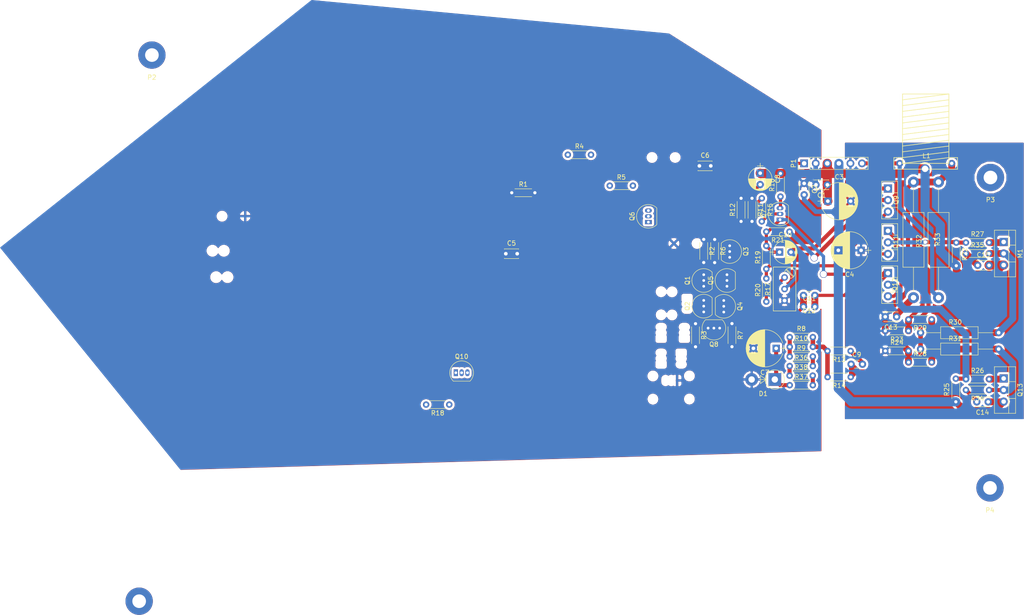
<source format=kicad_pcb>
(kicad_pcb (version 4) (host pcbnew 4.0.4-stable)
  (layers (0 F.Cu signal) (31 B.Cu signal) (34 B.Paste user) (35 F.Paste user) (36 B.SilkS user) (37 F.SilkS user hide) (38 B.Mask user) (39 F.Mask user) (44 Edge.Cuts user))
  (net 0 "")
  (net 1 /VDD)
  (net 2 GND)
  (net 3 /VSS)
  (net 4 GNDPWR)
  (net 5 "Net-(C5-Pad1)")
  (net 6 /INPUT)
  (net 7 "Net-(C7-Pad1)")
  (net 8 "Net-(C8-Pad2)")
  (net 9 /feedback)
  (net 10 "Net-(C9-Pad2)")
  (net 11 "Net-(C10-Pad1)")
  (net 12 "Net-(C10-Pad2)")
  (net 13 "Net-(C11-Pad1)")
  (net 14 /VAS)
  (net 15 "Net-(C13-Pad1)")
  (net 16 "Net-(C14-Pad2)")
  (net 17 "Net-(C15-Pad1)")
  (net 18 /OUTPUT)
  (net 19 "Net-(M1-Pad1)")
  (net 20 "Net-(M1-Pad2)")
  (net 21 "Net-(Q1-Pad3)")
  (net 22 "Net-(Q2-Pad2)")
  (net 23 "Net-(Q2-Pad3)")
  (net 24 "Net-(Q3-Pad2)")
  (net 25 "Net-(Q3-Pad3)")
  (net 26 "Net-(Q3-Pad1)")
  (net 27 "Net-(Q4-Pad3)")
  (net 28 "Net-(Q5-Pad2)")
  (net 29 "Net-(Q5-Pad3)")
  (net 30 "Net-(Q6-Pad2)")
  (net 31 "Net-(Q7-Pad2)")
  (net 32 "Net-(Q7-Pad3)")
  (net 33 "Net-(Q10-Pad2)")
  (net 34 "Net-(Q9-Pad2)")
  (net 35 "Net-(Q9-Pad3)")
  (net 36 "Net-(Q11-Pad1)")
  (net 37 "Net-(Q11-Pad2)")
  (net 38 "Net-(Q12-Pad1)")
  (net 39 "Net-(Q12-Pad2)")
  (net 40 "Net-(Q13-Pad1)")
  (net 41 "Net-(Q13-Pad2)")
  (net 42 "Net-(R10-Pad1)")
  (net 43 "Net-(R17-Pad1)")
  (net 44 "Net-(R36-Pad2)")
  (net 45 "Net-(R36-Pad1)")
  (net 46 "Net-(R37-Pad2)")
  (module Capacitors_ThroughHole:C_Disc_D3.0mm_W2.0mm_P2.50mm (layer F.Cu) (at 212.7 75.5 180)
    (fp_text reference C1 (at 1.25 -2.31 180) (layer F.SilkS))
    (fp_text value 100n)
    (pad 1 thru_hole circle (at 0 0 180) (size 1.6 1.6) (drill 0.8) (layers *.Cu *.Mask) (net 1 /VDD))
    (pad 2 thru_hole circle (at 2.5 0 180) (size 1.6 1.6) (drill 0.8) (layers *.Cu *.Mask) (net 2 GND))
  )
  (module Capacitors_ThroughHole:C_Disc_D3.0mm_W2.0mm_P2.50mm (layer F.Cu) (at 207.6 75.2 270)
    (fp_text reference C2 (at 1.25 -2.31 270) (layer F.SilkS))
    (fp_text value 100n)
    (pad 1 thru_hole circle (at 0 0 270) (size 1.6 1.6) (drill 0.8) (layers *.Cu *.Mask) (net 2 GND))
    (pad 2 thru_hole circle (at 2.5 0 270) (size 1.6 1.6) (drill 0.8) (layers *.Cu *.Mask) (net 3 /VSS))
  )
  (module Capacitors_ThroughHole:CP_Radial_D8.0mm_P5.00mm (layer F.Cu) (at 212.8 79.1)
    (fp_text reference C3 (at 2.5 -5.31) (layer F.SilkS))
    (fp_text value 220u)
    (pad 1 thru_hole rect (at 0 0) (size 1.6 1.6) (drill 0.8) (layers *.Cu *.Mask) (net 1 /VDD))
    (pad 2 thru_hole circle (at 5 0) (size 1.6 1.6) (drill 0.8) (layers *.Cu *.Mask) (net 4 GNDPWR))
  )
  (module Capacitors_ThroughHole:CP_Radial_D8.0mm_P5.00mm (layer F.Cu) (at 220.1 89.9 180)
    (fp_text reference C4 (at 2.5 -5.31 180) (layer F.SilkS))
    (fp_text value 220u)
    (pad 1 thru_hole rect (at 0 0 180) (size 1.6 1.6) (drill 0.8) (layers *.Cu *.Mask) (net 4 GNDPWR))
    (pad 2 thru_hole circle (at 5 0 180) (size 1.6 1.6) (drill 0.8) (layers *.Cu *.Mask) (net 3 /VSS))
  )
  (module Capacitors_ThroughHole:C_Disc_D3.0mm_W2.0mm_P2.50mm (layer F.Cu) (at 142.1 90.65)
    (fp_text reference C5 (at 1.25 -2.31) (layer F.SilkS))
    (fp_text value 220n)
    (pad 1 thru_hole circle (at 0 0) (size 1.6 1.6) (drill 0.8) (layers *.Cu *.Mask) (net 5 "Net-(C5-Pad1)"))
    (pad 2 thru_hole circle (at 2.5 0) (size 1.6 1.6) (drill 0.8) (layers *.Cu *.Mask) (net 6 /INPUT))
  )
  (module Capacitors_ThroughHole:C_Disc_D3.0mm_W2.0mm_P2.50mm (layer F.Cu) (at 184.6 71.35)
    (fp_text reference C6 (at 1.25 -2.31) (layer F.SilkS))
    (fp_text value 220n)
    (pad 1 thru_hole circle (at 0 0) (size 1.6 1.6) (drill 0.8) (layers *.Cu *.Mask) (net 5 "Net-(C5-Pad1)"))
    (pad 2 thru_hole circle (at 2.5 0) (size 1.6 1.6) (drill 0.8) (layers *.Cu *.Mask) (net 6 /INPUT))
  )
  (module Capacitors_ThroughHole:CP_Radial_D8.0mm_P5.00mm (layer F.Cu) (at 201.454653 111.434069 180)
    (fp_text reference C7 (at 2.5 -5.31 180) (layer F.SilkS))
    (fp_text value 220u)
    (pad 1 thru_hole rect (at 0 0 180) (size 1.6 1.6) (drill 0.8) (layers *.Cu *.Mask) (net 7 "Net-(C7-Pad1)"))
    (pad 2 thru_hole circle (at 5 0 180) (size 1.6 1.6) (drill 0.8) (layers *.Cu *.Mask) (net 2 GND))
  )
  (module Capacitors_ThroughHole:CP_Radial_D5.0mm_P2.50mm (layer F.Cu) (at 197.95 72.95 270)
    (fp_text reference C8 (at 1.25 -3.81 270) (layer F.SilkS))
    (fp_text value 4.7u)
    (pad 1 thru_hole rect (at 0 0 270) (size 1.6 1.6) (drill 0.8) (layers *.Cu *.Mask) (net 1 /VDD))
    (pad 2 thru_hole circle (at 2.5 0 270) (size 1.6 1.6) (drill 0.8) (layers *.Cu *.Mask) (net 8 "Net-(C8-Pad2)"))
  )
  (module Capacitors_ThroughHole:C_Disc_D3.0mm_W1.6mm_P2.50mm (layer F.Cu) (at 217.9 114.925)
    (fp_text reference C9 (at 1.25 -2.11) (layer F.SilkS))
    (fp_text value 15p)
    (pad 1 thru_hole circle (at 0 0) (size 1.6 1.6) (drill 0.8) (layers *.Cu *.Mask) (net 9 /feedback))
    (pad 2 thru_hole circle (at 2.5 0) (size 1.6 1.6) (drill 0.8) (layers *.Cu *.Mask) (net 10 "Net-(C9-Pad2)"))
  )
  (module Capacitors_ThroughHole:CP_Radial_D5.0mm_P2.50mm (layer F.Cu) (at 202.2 90.3)
    (fp_text reference C10 (at 1.25 -3.81) (layer F.SilkS))
    (fp_text value 4.7u)
    (pad 1 thru_hole rect (at 0 0) (size 1.6 1.6) (drill 0.8) (layers *.Cu *.Mask) (net 11 "Net-(C10-Pad1)"))
    (pad 2 thru_hole circle (at 2.5 0) (size 1.6 1.6) (drill 0.8) (layers *.Cu *.Mask) (net 12 "Net-(C10-Pad2)"))
  )
  (module Capacitors_ThroughHole:C_Disc_D3.0mm_W1.6mm_P2.50mm (layer F.Cu) (at 209.95 99.8 180)
    (fp_text reference C11 (at 1.2 -0.7 180) (layer F.SilkS))
    (fp_text value 1n)
    (pad 1 thru_hole circle (at 0 0 180) (size 1.6 1.6) (drill 0.8) (layers *.Cu *.Mask) (net 13 "Net-(C11-Pad1)"))
    (pad 2 thru_hole circle (at 2.5 0 180) (size 1.6 1.6) (drill 0.8) (layers *.Cu *.Mask) (net 14 /VAS))
  )
  (module Capacitors_ThroughHole:C_Disc_D3.0mm_W1.6mm_P2.50mm (layer F.Cu) (at 209.95 102.3 180)
    (fp_text reference C12 (at 1.25 -0.9 180) (layer F.SilkS))
    (fp_text value 1n)
    (pad 1 thru_hole circle (at 0 0 180) (size 1.6 1.6) (drill 0.8) (layers *.Cu *.Mask) (net 13 "Net-(C11-Pad1)"))
    (pad 2 thru_hole circle (at 2.5 0 180) (size 1.6 1.6) (drill 0.8) (layers *.Cu *.Mask) (net 14 /VAS))
  )
  (module Capacitors_ThroughHole:C_Disc_D3.0mm_W2.0mm_P2.50mm (layer F.Cu) (at 227.9 104.5 180)
    (fp_text reference C13 (at 1.25 -2.31 180) (layer F.SilkS))
    (fp_text value 47n)
    (pad 1 thru_hole circle (at 0 0 180) (size 1.6 1.6) (drill 0.8) (layers *.Cu *.Mask) (net 15 "Net-(C13-Pad1)"))
    (pad 2 thru_hole circle (at 2.5 0 180) (size 1.6 1.6) (drill 0.8) (layers *.Cu *.Mask) (net 4 GNDPWR))
  )
  (module Capacitors_ThroughHole:C_Disc_D3.0mm_W2.0mm_P2.50mm (layer F.Cu) (at 248 123.2 180)
    (fp_text reference C14 (at 1.25 -2.31 180) (layer F.SilkS))
    (fp_text value 100n)
    (pad 1 thru_hole circle (at 0 0 180) (size 1.6 1.6) (drill 0.8) (layers *.Cu *.Mask) (net 3 /VSS))
    (pad 2 thru_hole circle (at 2.5 0 180) (size 1.6 1.6) (drill 0.8) (layers *.Cu *.Mask) (net 16 "Net-(C14-Pad2)"))
  )
  (module Capacitors_ThroughHole:C_Disc_D3.0mm_W2.0mm_P2.50mm (layer F.Cu) (at 245.7 93.2)
    (fp_text reference C15 (at 1.25 -2.31) (layer F.SilkS))
    (fp_text value 100n)
    (pad 1 thru_hole circle (at 0 0) (size 1.6 1.6) (drill 0.8) (layers *.Cu *.Mask) (net 17 "Net-(C15-Pad1)"))
    (pad 2 thru_hole circle (at 2.5 0) (size 1.6 1.6) (drill 0.8) (layers *.Cu *.Mask) (net 1 /VDD))
  )
  (module Diodes_ThroughHole:D_5W_P5.08mm_Vertical_AnodeUp (layer F.Cu) (at 201.154653 118.284069 180)
    (fp_text reference D1 (at 2.54 -3.114899 180) (layer F.SilkS))
    (fp_text value D1N4148)
    (pad 1 thru_hole rect (at 0 0 180) (size 2.8 2.8) (drill 1.4) (layers *.Cu *.Mask) (net 7 "Net-(C7-Pad1)"))
    (pad 2 thru_hole oval (at 5.08 0 180) (size 2.8 2.8) (drill 1.4) (layers *.Cu *.Mask) (net 2 GND))
  )
  (module Custom_Footprints:Coil_p11mm_L15mm_d10mm (layer F.Cu) (at 228.57 70.8)
    (fp_text reference L1 (at 5.88 -1.65) (layer F.SilkS))
    (fp_text value 1u)
    (pad 1 thru_hole circle (at 0 0) (size 1.524 1.524) (drill 0.762) (layers *.Cu *.Mask) (net 18 /OUTPUT))
    (pad 2 thru_hole circle (at 11.43 0) (size 1.524 1.524) (drill 0.762) (layers *.Cu *.Mask) (net 9 /feedback))
  )
  (module TO_SOT_Packages_THT:TO-220_Vertical (layer F.Cu) (at 251.4 88.06 270)
    (fp_text reference M1 (at 2.54 -3.62 270) (layer F.SilkS))
    (fp_text value IRF9530)
    (pad 1 thru_hole rect (at 0 0 270) (size 1.8 1.8) (drill 1) (layers *.Cu *.Mask) (net 19 "Net-(M1-Pad1)"))
    (pad 2 thru_hole oval (at 2.54 0 270) (size 1.8 1.8) (drill 1) (layers *.Cu *.Mask) (net 20 "Net-(M1-Pad2)"))
    (pad 3 thru_hole oval (at 5.08 0 270) (size 1.8 1.8) (drill 1) (layers *.Cu *.Mask) (net 1 /VDD))
  )
  (module Pin_Headers:Pin_Header_Straight_1x06_Pitch2.54mm (layer F.Cu) (at 207.6 70.8 90)
    (fp_text reference P1 (at 0 -2.33 90) (layer F.SilkS))
    (fp_text value CONN_01X06)
    (pad 1 thru_hole rect (at 0 0 90) (size 1.7 1.7) (drill 1) (layers *.Cu *.Mask) (net 6 /INPUT))
    (pad 2 thru_hole oval (at 0 2.54 90) (size 1.7 1.7) (drill 1) (layers *.Cu *.Mask) (net 2 GND))
    (pad 3 thru_hole oval (at 0 5.08 90) (size 1.7 1.7) (drill 1) (layers *.Cu *.Mask) (net 1 /VDD))
    (pad 4 thru_hole oval (at 0 7.62 90) (size 1.7 1.7) (drill 1) (layers *.Cu *.Mask) (net 3 /VSS))
    (pad 5 thru_hole oval (at 0 10.16 90) (size 1.7 1.7) (drill 1) (layers *.Cu *.Mask) (net 4 GNDPWR))
    (pad 6 thru_hole oval (at 0 12.7 90) (size 1.7 1.7) (drill 1) (layers *.Cu *.Mask) (net 18 /OUTPUT))
  )
  (module Custom_Holes:Mounting_D3mm_Pad1mm_totd6mm (layer F.Cu) (at 64.4 47)
    (fp_text reference P2 (at 0 4.9) (layer F.SilkS))
    (fp_text value CONN_01X01)
    (pad 1 thru_hole circle (at 0 0) (size 6 6) (drill 3) (layers *.Cu *.Mask))
  )
  (module Custom_Holes:Mounting_D3mm_Pad1mm_totd6mm (layer F.Cu) (at 248.5 73.9)
    (fp_text reference P3 (at 0 4.9) (layer F.SilkS))
    (fp_text value CONN_01X01)
    (pad 1 thru_hole circle (at 0 0) (size 6 6) (drill 3) (layers *.Cu *.Mask))
  )
  (module Custom_Holes:Mounting_D3mm_Pad1mm_totd6mm (layer F.Cu) (at 248.4 142.1)
    (fp_text reference P4 (at 0 4.9) (layer F.SilkS))
    (fp_text value CONN_01X01)
    (pad 1 thru_hole circle (at 0 0) (size 6 6) (drill 3) (layers *.Cu *.Mask))
  )
  (module Custom_Holes:Mounting_D3mm_Pad1mm_totd6mm (layer F.Cu) (at 61.6 167)
    (fp_text reference P5 (at 0 4.9) (layer F.SilkS))
    (fp_text value CONN_01X01)
    (pad 1 thru_hole circle (at 0 0) (size 6 6) (drill 3) (layers *.Cu *.Mask))
  )
  (module TO_SOT_Packages_THT:TO-92_Inline_Narrow_Oval (layer F.Cu) (at 185.55 97.8 90)
    (fp_text reference Q1 (at 1.27 -3.56 90) (layer F.SilkS))
    (fp_text value BC556)
    (pad 2 thru_hole oval (at 1.27 0 270) (size 0.9 1.5) (drill 0.6) (layers *.Cu *.Mask) (net 5 "Net-(C5-Pad1)"))
    (pad 3 thru_hole oval (at 2.54 0 270) (size 0.9 1.5) (drill 0.6) (layers *.Cu *.Mask) (net 21 "Net-(Q1-Pad3)"))
    (pad 1 thru_hole rect (at 0 0 270) (size 0.9 1.5) (drill 0.6) (layers *.Cu *.Mask) (net 14 /VAS))
  )
  (module TO_SOT_Packages_THT:TO-92_Inline_Narrow_Oval (layer F.Cu) (at 185.55 103.44 90)
    (fp_text reference Q2 (at 1.27 -3.56 90) (layer F.SilkS))
    (fp_text value BC546)
    (pad 2 thru_hole oval (at 1.27 0 270) (size 0.9 1.5) (drill 0.6) (layers *.Cu *.Mask) (net 22 "Net-(Q2-Pad2)"))
    (pad 3 thru_hole oval (at 2.54 0 270) (size 0.9 1.5) (drill 0.6) (layers *.Cu *.Mask) (net 23 "Net-(Q2-Pad3)"))
    (pad 1 thru_hole rect (at 0 0 270) (size 0.9 1.5) (drill 0.6) (layers *.Cu *.Mask) (net 14 /VAS))
  )
  (module TO_SOT_Packages_THT:TO-92_Inline_Narrow_Oval (layer F.Cu) (at 191.25 88.9 270)
    (fp_text reference Q3 (at 1.27 -3.56 270) (layer F.SilkS))
    (fp_text value BC556)
    (pad 2 thru_hole oval (at 1.27 0 90) (size 0.9 1.5) (drill 0.6) (layers *.Cu *.Mask) (net 24 "Net-(Q3-Pad2)"))
    (pad 3 thru_hole oval (at 2.54 0 90) (size 0.9 1.5) (drill 0.6) (layers *.Cu *.Mask) (net 25 "Net-(Q3-Pad3)"))
    (pad 1 thru_hole rect (at 0 0 90) (size 0.9 1.5) (drill 0.6) (layers *.Cu *.Mask) (net 26 "Net-(Q3-Pad1)"))
  )
  (module TO_SOT_Packages_THT:TO-92_Inline_Narrow_Oval (layer F.Cu) (at 189.95 100.93 270)
    (fp_text reference Q4 (at 1.27 -3.56 270) (layer F.SilkS))
    (fp_text value BC546)
    (pad 2 thru_hole oval (at 1.27 0 90) (size 0.9 1.5) (drill 0.6) (layers *.Cu *.Mask) (net 22 "Net-(Q2-Pad2)"))
    (pad 3 thru_hole oval (at 2.54 0 90) (size 0.9 1.5) (drill 0.6) (layers *.Cu *.Mask) (net 27 "Net-(Q4-Pad3)"))
    (pad 1 thru_hole rect (at 0 0 90) (size 0.9 1.5) (drill 0.6) (layers *.Cu *.Mask) (net 22 "Net-(Q2-Pad2)"))
  )
  (module TO_SOT_Packages_THT:TO-92_Inline_Narrow_Oval (layer F.Cu) (at 190.65 97.8 90)
    (fp_text reference Q5 (at 1.27 -3.56 90) (layer F.SilkS))
    (fp_text value BC556)
    (pad 2 thru_hole oval (at 1.27 0 270) (size 0.9 1.5) (drill 0.6) (layers *.Cu *.Mask) (net 28 "Net-(Q5-Pad2)"))
    (pad 3 thru_hole oval (at 2.54 0 270) (size 0.9 1.5) (drill 0.6) (layers *.Cu *.Mask) (net 29 "Net-(Q5-Pad3)"))
    (pad 1 thru_hole rect (at 0 0 270) (size 0.9 1.5) (drill 0.6) (layers *.Cu *.Mask) (net 22 "Net-(Q2-Pad2)"))
  )
  (module TO_SOT_Packages_THT:TO-92_Inline_Narrow_Oval (layer F.Cu) (at 173.4 83.7 90)
    (fp_text reference Q6 (at 1.27 -3.56 90) (layer F.SilkS))
    (fp_text value BC556)
    (pad 2 thru_hole oval (at 1.27 0 270) (size 0.9 1.5) (drill 0.6) (layers *.Cu *.Mask) (net 30 "Net-(Q6-Pad2)"))
    (pad 3 thru_hole oval (at 2.54 0 270) (size 0.9 1.5) (drill 0.6) (layers *.Cu *.Mask) (net 1 /VDD))
    (pad 1 thru_hole rect (at 0 0 270) (size 0.9 1.5) (drill 0.6) (layers *.Cu *.Mask) (net 24 "Net-(Q3-Pad2)"))
  )
  (module TO_SOT_Packages_THT:TO-92_Inline_Narrow_Oval (layer F.Cu) (at 202.3 83.17 90)
    (fp_text reference Q7 (at 1.27 -3.56 90) (layer F.SilkS))
    (fp_text value BC556)
    (pad 2 thru_hole oval (at 1.27 0 270) (size 0.9 1.5) (drill 0.6) (layers *.Cu *.Mask) (net 31 "Net-(Q7-Pad2)"))
    (pad 3 thru_hole oval (at 2.54 0 270) (size 0.9 1.5) (drill 0.6) (layers *.Cu *.Mask) (net 32 "Net-(Q7-Pad3)"))
    (pad 1 thru_hole rect (at 0 0 270) (size 0.9 1.5) (drill 0.6) (layers *.Cu *.Mask) (net 11 "Net-(C10-Pad1)"))
  )
  (module TO_SOT_Packages_THT:TO-92_Inline_Narrow_Oval (layer F.Cu) (at 189.05 107 180)
    (fp_text reference Q8 (at 1.27 -3.56 180) (layer F.SilkS))
    (fp_text value BC546)
    (pad 2 thru_hole oval (at 1.27 0) (size 0.9 1.5) (drill 0.6) (layers *.Cu *.Mask) (net 14 /VAS))
    (pad 3 thru_hole oval (at 2.54 0) (size 0.9 1.5) (drill 0.6) (layers *.Cu *.Mask) (net 33 "Net-(Q10-Pad2)"))
    (pad 1 thru_hole rect (at 0 0) (size 0.9 1.5) (drill 0.6) (layers *.Cu *.Mask) (net 2 GND))
  )
  (module TO_SOT_Packages_THT:TO-126_Vertical (layer F.Cu) (at 226 76.32 270)
    (fp_text reference Q9 (at 2.54 -1.8 270) (layer F.SilkS))
    (fp_text value BD135)
    (pad 1 thru_hole rect (at 0 0 270) (size 1.8 1.8) (drill 1) (layers *.Cu *.Mask) (net 12 "Net-(C10-Pad2)"))
    (pad 2 thru_hole oval (at 2.54 0 270) (size 1.8 1.8) (drill 1) (layers *.Cu *.Mask) (net 34 "Net-(Q9-Pad2)"))
    (pad 3 thru_hole oval (at 5.08 0 270) (size 1.8 1.8) (drill 1) (layers *.Cu *.Mask) (net 35 "Net-(Q9-Pad3)"))
  )
  (module TO_SOT_Packages_THT:TO-92_Inline_Narrow_Oval (layer F.Cu) (at 131.13 116.8)
    (fp_text reference Q10 (at 1.27 -3.56) (layer F.SilkS))
    (fp_text value BC546)
    (pad 2 thru_hole oval (at 1.27 0 180) (size 0.9 1.5) (drill 0.6) (layers *.Cu *.Mask) (net 33 "Net-(Q10-Pad2)"))
    (pad 3 thru_hole oval (at 2.54 0 180) (size 0.9 1.5) (drill 0.6) (layers *.Cu *.Mask) (net 3 /VSS))
    (pad 1 thru_hole rect (at 0 0 180) (size 0.9 1.5) (drill 0.6) (layers *.Cu *.Mask) (net 12 "Net-(C10-Pad2)"))
  )
  (module TO_SOT_Packages_THT:TO-126_Vertical (layer F.Cu) (at 226 85.62 270)
    (fp_text reference Q11 (at 2.48 -1.7 270) (layer F.SilkS))
    (fp_text value BD135)
    (pad 1 thru_hole rect (at 0 0 270) (size 1.8 1.8) (drill 1) (layers *.Cu *.Mask) (net 36 "Net-(Q11-Pad1)"))
    (pad 2 thru_hole oval (at 2.54 0 270) (size 1.8 1.8) (drill 1) (layers *.Cu *.Mask) (net 37 "Net-(Q11-Pad2)"))
    (pad 3 thru_hole oval (at 5.08 0 270) (size 1.8 1.8) (drill 1) (layers *.Cu *.Mask) (net 11 "Net-(C10-Pad1)"))
  )
  (module TO_SOT_Packages_THT:TO-126_Vertical (layer F.Cu) (at 226 94.92 270)
    (fp_text reference Q12 (at 2.5 -1.5 270) (layer F.SilkS))
    (fp_text value BD136)
    (pad 1 thru_hole rect (at 0 0 270) (size 1.8 1.8) (drill 1) (layers *.Cu *.Mask) (net 38 "Net-(Q12-Pad1)"))
    (pad 2 thru_hole oval (at 2.54 0 270) (size 1.8 1.8) (drill 1) (layers *.Cu *.Mask) (net 39 "Net-(Q12-Pad2)"))
    (pad 3 thru_hole oval (at 5.08 0 270) (size 1.8 1.8) (drill 1) (layers *.Cu *.Mask) (net 13 "Net-(C11-Pad1)"))
  )
  (module TO_SOT_Packages_THT:TO-220_Vertical (layer F.Cu) (at 251.4 118.06 270)
    (fp_text reference Q13 (at 2.54 -3.62 270) (layer F.SilkS))
    (fp_text value IRF530)
    (pad 1 thru_hole rect (at 0 0 270) (size 1.8 1.8) (drill 1) (layers *.Cu *.Mask) (net 40 "Net-(Q13-Pad1)"))
    (pad 2 thru_hole oval (at 2.54 0 270) (size 1.8 1.8) (drill 1) (layers *.Cu *.Mask) (net 41 "Net-(Q13-Pad2)"))
    (pad 3 thru_hole oval (at 5.08 0 270) (size 1.8 1.8) (drill 1) (layers *.Cu *.Mask) (net 3 /VSS))
  )
  (module Resistors_ThroughHole:R_Axial_DIN0204_L3.6mm_D1.6mm_P5.08mm_Horizontal (layer F.Cu) (at 143.4 77.25)
    (fp_text reference R1 (at 2.54 -1.86) (layer F.SilkS))
    (fp_text value 47k)
    (pad 1 thru_hole circle (at 0 0) (size 1.4 1.4) (drill 0.7) (layers *.Cu *.Mask) (net 5 "Net-(C5-Pad1)"))
    (pad 2 thru_hole oval (at 5.08 0) (size 1.4 1.4) (drill 0.7) (layers *.Cu *.Mask) (net 2 GND))
  )
  (module Resistors_ThroughHole:R_Axial_DIN0204_L3.6mm_D1.6mm_P5.08mm_Horizontal (layer F.Cu) (at 185.55 87.5 270)
    (fp_text reference R2 (at 2.54 -1.86 270) (layer F.SilkS))
    (fp_text value 100)
    (pad 1 thru_hole circle (at 0 0 270) (size 1.4 1.4) (drill 0.7) (layers *.Cu *.Mask) (net 26 "Net-(Q3-Pad1)"))
    (pad 2 thru_hole oval (at 5.08 0 270) (size 1.4 1.4) (drill 0.7) (layers *.Cu *.Mask) (net 21 "Net-(Q1-Pad3)"))
  )
  (module Resistors_ThroughHole:R_Axial_DIN0204_L3.6mm_D1.6mm_P5.08mm_Horizontal (layer F.Cu) (at 183.75 106.02 270)
    (fp_text reference R3 (at 2.54 -1.86 270) (layer F.SilkS))
    (fp_text value 68)
    (pad 1 thru_hole circle (at 0 0 270) (size 1.4 1.4) (drill 0.7) (layers *.Cu *.Mask) (net 23 "Net-(Q2-Pad3)"))
    (pad 2 thru_hole oval (at 5.08 0 270) (size 1.4 1.4) (drill 0.7) (layers *.Cu *.Mask) (net 3 /VSS))
  )
  (module Resistors_ThroughHole:R_Axial_DIN0204_L3.6mm_D1.6mm_P5.08mm_Horizontal (layer F.Cu) (at 155.72 68.9)
    (fp_text reference R4 (at 2.54 -1.86) (layer F.SilkS))
    (fp_text value 150)
    (pad 1 thru_hole circle (at 0 0) (size 1.4 1.4) (drill 0.7) (layers *.Cu *.Mask) (net 25 "Net-(Q3-Pad3)"))
    (pad 2 thru_hole oval (at 5.08 0) (size 1.4 1.4) (drill 0.7) (layers *.Cu *.Mask) (net 1 /VDD))
  )
  (module Resistors_ThroughHole:R_Axial_DIN0204_L3.6mm_D1.6mm_P5.08mm_Horizontal (layer F.Cu) (at 164.92 75.7)
    (fp_text reference R5 (at 2.54 -1.86) (layer F.SilkS))
    (fp_text value 1k)
    (pad 1 thru_hole circle (at 0 0) (size 1.4 1.4) (drill 0.7) (layers *.Cu *.Mask) (net 25 "Net-(Q3-Pad3)"))
    (pad 2 thru_hole oval (at 5.08 0) (size 1.4 1.4) (drill 0.7) (layers *.Cu *.Mask) (net 30 "Net-(Q6-Pad2)"))
  )
  (module Resistors_ThroughHole:R_Axial_DIN0204_L3.6mm_D1.6mm_P5.08mm_Horizontal (layer F.Cu) (at 187.95 87.52 270)
    (fp_text reference R6 (at 2.54 -1.86 270) (layer F.SilkS))
    (fp_text value 100)
    (pad 1 thru_hole circle (at 0 0 270) (size 1.4 1.4) (drill 0.7) (layers *.Cu *.Mask) (net 26 "Net-(Q3-Pad1)"))
    (pad 2 thru_hole oval (at 5.08 0 270) (size 1.4 1.4) (drill 0.7) (layers *.Cu *.Mask) (net 29 "Net-(Q5-Pad3)"))
  )
  (module Resistors_ThroughHole:R_Axial_DIN0204_L3.6mm_D1.6mm_P5.08mm_Horizontal (layer F.Cu) (at 191.75 106 270)
    (fp_text reference R7 (at 2.54 -1.86 270) (layer F.SilkS))
    (fp_text value 68)
    (pad 1 thru_hole circle (at 0 0 270) (size 1.4 1.4) (drill 0.7) (layers *.Cu *.Mask) (net 27 "Net-(Q4-Pad3)"))
    (pad 2 thru_hole oval (at 5.08 0 270) (size 1.4 1.4) (drill 0.7) (layers *.Cu *.Mask) (net 3 /VSS))
  )
  (module Resistors_ThroughHole:R_Axial_DIN0204_L3.6mm_D1.6mm_P5.08mm_Horizontal (layer F.Cu) (at 204.429653 108.984069)
    (fp_text reference R8 (at 2.54 -1.86) (layer F.SilkS))
    (fp_text value 4.7k)
    (pad 1 thru_hole circle (at 0 0) (size 1.4 1.4) (drill 0.7) (layers *.Cu *.Mask) (net 42 "Net-(R10-Pad1)"))
    (pad 2 thru_hole oval (at 5.08 0) (size 1.4 1.4) (drill 0.7) (layers *.Cu *.Mask) (net 28 "Net-(Q5-Pad2)"))
  )
  (module Resistors_ThroughHole:R_Axial_DIN0204_L3.6mm_D1.6mm_P5.08mm_Horizontal (layer F.Cu) (at 204.424653 113.234069)
    (fp_text reference R9 (at 2.54 -1.86) (layer F.SilkS))
    (fp_text value 100)
    (pad 1 thru_hole circle (at 0 0) (size 1.4 1.4) (drill 0.7) (layers *.Cu *.Mask) (net 42 "Net-(R10-Pad1)"))
    (pad 2 thru_hole oval (at 5.08 0) (size 1.4 1.4) (drill 0.7) (layers *.Cu *.Mask) (net 44 "Net-(R36-Pad2)"))
  )
  (module Resistors_ThroughHole:R_Axial_DIN0204_L3.6mm_D1.6mm_P5.08mm_Horizontal (layer F.Cu) (at 204.429653 111.109069)
    (fp_text reference R10 (at 2.54 -1.86) (layer F.SilkS))
    (fp_text value 4.7k)
    (pad 1 thru_hole circle (at 0 0) (size 1.4 1.4) (drill 0.7) (layers *.Cu *.Mask) (net 42 "Net-(R10-Pad1)"))
    (pad 2 thru_hole oval (at 5.08 0) (size 1.4 1.4) (drill 0.7) (layers *.Cu *.Mask) (net 28 "Net-(Q5-Pad2)"))
  )
  (module Resistors_ThroughHole:R_Axial_DIN0204_L3.6mm_D1.6mm_P5.08mm_Horizontal (layer F.Cu) (at 196.15 78.47 270)
    (fp_text reference R11 (at 2.54 -1.86 270) (layer F.SilkS))
    (fp_text value 10k)
    (pad 1 thru_hole circle (at 0 0 270) (size 1.4 1.4) (drill 0.7) (layers *.Cu *.Mask) (net 8 "Net-(C8-Pad2)"))
    (pad 2 thru_hole oval (at 5.08 0 270) (size 1.4 1.4) (drill 0.7) (layers *.Cu *.Mask) (net 24 "Net-(Q3-Pad2)"))
  )
  (module Resistors_ThroughHole:R_Axial_DIN0204_L3.6mm_D1.6mm_P5.08mm_Horizontal (layer F.Cu) (at 193.75 83.55 90)
    (fp_text reference R12 (at 2.54 -1.86 90) (layer F.SilkS))
    (fp_text value 10k)
    (pad 1 thru_hole circle (at 0 0 90) (size 1.4 1.4) (drill 0.7) (layers *.Cu *.Mask) (net 2 GND))
    (pad 2 thru_hole oval (at 5.08 0 90) (size 1.4 1.4) (drill 0.7) (layers *.Cu *.Mask) (net 8 "Net-(C8-Pad2)"))
  )
  (module Resistors_ThroughHole:R_Axial_DIN0204_L3.6mm_D1.6mm_P5.08mm_Horizontal (layer F.Cu) (at 217.8 112.025 180)
    (fp_text reference R13 (at 2.54 -1.86 180) (layer F.SilkS))
    (fp_text value 330)
    (pad 1 thru_hole circle (at 0 0 180) (size 1.4 1.4) (drill 0.7) (layers *.Cu *.Mask) (net 10 "Net-(C9-Pad2)"))
    (pad 2 thru_hole oval (at 5.08 0 180) (size 1.4 1.4) (drill 0.7) (layers *.Cu *.Mask) (net 28 "Net-(Q5-Pad2)"))
  )
  (module Resistors_ThroughHole:R_Axial_DIN0204_L3.6mm_D1.6mm_P5.08mm_Horizontal (layer F.Cu) (at 217.825 117.75 180)
    (fp_text reference R14 (at 2.54 -1.86 180) (layer F.SilkS))
    (fp_text value 33k)
    (pad 1 thru_hole circle (at 0 0 180) (size 1.4 1.4) (drill 0.7) (layers *.Cu *.Mask) (net 9 /feedback))
    (pad 2 thru_hole oval (at 5.08 0 180) (size 1.4 1.4) (drill 0.7) (layers *.Cu *.Mask) (net 28 "Net-(Q5-Pad2)"))
  )
  (module Resistors_ThroughHole:R_Axial_DIN0204_L3.6mm_D1.6mm_P5.08mm_Horizontal (layer F.Cu) (at 198.3 78.47 270)
    (fp_text reference R15 (at 2.54 -1.86 270) (layer F.SilkS))
    (fp_text value 2.2k)
    (pad 1 thru_hole circle (at 0 0 270) (size 1.4 1.4) (drill 0.7) (layers *.Cu *.Mask) (net 24 "Net-(Q3-Pad2)"))
    (pad 2 thru_hole oval (at 5.08 0 270) (size 1.4 1.4) (drill 0.7) (layers *.Cu *.Mask) (net 31 "Net-(Q7-Pad2)"))
  )
  (module Resistors_ThroughHole:R_Axial_DIN0204_L3.6mm_D1.6mm_P5.08mm_Horizontal (layer F.Cu) (at 202.4 78.1 90)
    (fp_text reference R16 (at 2.54 -1.86 90) (layer F.SilkS))
    (fp_text value 100)
    (pad 1 thru_hole circle (at 0 0 90) (size 1.4 1.4) (drill 0.7) (layers *.Cu *.Mask) (net 32 "Net-(Q7-Pad3)"))
    (pad 2 thru_hole oval (at 5.08 0 90) (size 1.4 1.4) (drill 0.7) (layers *.Cu *.Mask) (net 1 /VDD))
  )
  (module Potentiometers:Potentiometer_Trimmer_Bourns_3296W (layer F.Cu) (at 203.3 95.86 90)
    (fp_text reference R17 (at -2.54 -3.66 90) (layer F.SilkS))
    (fp_text value 670)
    (pad 1 thru_hole circle (at 0 0 90) (size 1.44 1.44) (drill 0.8) (layers *.Cu *.Mask) (net 43 "Net-(R17-Pad1)"))
    (pad 2 thru_hole circle (at -2.54 0 90) (size 1.44 1.44) (drill 0.8) (layers *.Cu *.Mask) (net 12 "Net-(C10-Pad2)"))
    (pad 3 thru_hole circle (at -5.08 0 90) (size 1.44 1.44) (drill 0.8) (layers *.Cu *.Mask) (net 2 GND))
  )
  (module Resistors_ThroughHole:R_Axial_DIN0204_L3.6mm_D1.6mm_P5.08mm_Horizontal (layer F.Cu) (at 129.68 123.8 180)
    (fp_text reference R18 (at 2.54 -1.86 180) (layer F.SilkS))
    (fp_text value 1k)
    (pad 1 thru_hole circle (at 0 0 180) (size 1.4 1.4) (drill 0.7) (layers *.Cu *.Mask) (net 3 /VSS))
    (pad 2 thru_hole oval (at 5.08 0 180) (size 1.4 1.4) (drill 0.7) (layers *.Cu *.Mask) (net 33 "Net-(Q10-Pad2)"))
  )
  (module Resistors_ThroughHole:R_Axial_DIN0204_L3.6mm_D1.6mm_P5.08mm_Horizontal (layer F.Cu) (at 199.3 94 90)
    (fp_text reference R19 (at 2.54 -1.86 90) (layer F.SilkS))
    (fp_text value 1k)
    (pad 1 thru_hole circle (at 0 0 90) (size 1.4 1.4) (drill 0.7) (layers *.Cu *.Mask) (net 35 "Net-(Q9-Pad3)"))
    (pad 2 thru_hole oval (at 5.08 0 90) (size 1.4 1.4) (drill 0.7) (layers *.Cu *.Mask) (net 11 "Net-(C10-Pad1)"))
  )
  (module Resistors_ThroughHole:R_Axial_DIN0204_L3.6mm_D1.6mm_P5.08mm_Horizontal (layer F.Cu) (at 199.3 101.18 90)
    (fp_text reference R20 (at 2.54 -1.86 90) (layer F.SilkS))
    (fp_text value 220)
    (pad 1 thru_hole circle (at 0 0 90) (size 1.4 1.4) (drill 0.7) (layers *.Cu *.Mask) (net 43 "Net-(R17-Pad1)"))
    (pad 2 thru_hole oval (at 5.08 0 90) (size 1.4 1.4) (drill 0.7) (layers *.Cu *.Mask) (net 35 "Net-(Q9-Pad3)"))
  )
  (module Resistors_ThroughHole:R_Axial_DIN0204_L3.6mm_D1.6mm_P5.08mm_Horizontal (layer F.Cu) (at 204.38 85.8 180)
    (fp_text reference R21 (at 2.54 -1.86 180) (layer F.SilkS))
    (fp_text value 15)
    (pad 1 thru_hole circle (at 0 0 180) (size 1.4 1.4) (drill 0.7) (layers *.Cu *.Mask) (net 34 "Net-(Q9-Pad2)"))
    (pad 2 thru_hole oval (at 5.08 0 180) (size 1.4 1.4) (drill 0.7) (layers *.Cu *.Mask) (net 11 "Net-(C10-Pad1)"))
  )
  (module Resistors_ThroughHole:R_Axial_DIN0204_L3.6mm_D1.6mm_P5.08mm_Horizontal (layer F.Cu) (at 241 88.2 270)
    (fp_text reference R22 (at 2.54 -1.86 270) (layer F.SilkS))
    (fp_text value 1k)
    (pad 1 thru_hole circle (at 0 0 270) (size 1.4 1.4) (drill 0.7) (layers *.Cu *.Mask) (net 37 "Net-(Q11-Pad2)"))
    (pad 2 thru_hole oval (at 5.08 0 270) (size 1.4 1.4) (drill 0.7) (layers *.Cu *.Mask) (net 1 /VDD))
  )
  (module Resistors_ThroughHole:R_Axial_DIN0204_L3.6mm_D1.6mm_P5.08mm_Horizontal (layer F.Cu) (at 230.5 107.6 180)
    (fp_text reference R23 (at 2.54 -1.86 180) (layer F.SilkS))
    (fp_text value 47)
    (pad 1 thru_hole circle (at 0 0 180) (size 1.4 1.4) (drill 0.7) (layers *.Cu *.Mask) (net 36 "Net-(Q11-Pad1)"))
    (pad 2 thru_hole oval (at 5.08 0 180) (size 1.4 1.4) (drill 0.7) (layers *.Cu *.Mask) (net 4 GNDPWR))
  )
  (module Resistors_ThroughHole:R_Axial_DIN0204_L3.6mm_D1.6mm_P5.08mm_Horizontal (layer F.Cu) (at 225.42 112)
    (fp_text reference R24 (at 2.54 -1.86) (layer F.SilkS))
    (fp_text value 47)
    (pad 1 thru_hole circle (at 0 0) (size 1.4 1.4) (drill 0.7) (layers *.Cu *.Mask) (net 4 GNDPWR))
    (pad 2 thru_hole oval (at 5.08 0) (size 1.4 1.4) (drill 0.7) (layers *.Cu *.Mask) (net 38 "Net-(Q12-Pad1)"))
  )
  (module Resistors_ThroughHole:R_Axial_DIN0204_L3.6mm_D1.6mm_P5.08mm_Horizontal (layer F.Cu) (at 240.9 123.18 90)
    (fp_text reference R25 (at 2.68 -2 90) (layer F.SilkS))
    (fp_text value 1k)
    (pad 1 thru_hole circle (at 0 0 90) (size 1.4 1.4) (drill 0.7) (layers *.Cu *.Mask) (net 3 /VSS))
    (pad 2 thru_hole oval (at 5.08 0 90) (size 1.4 1.4) (drill 0.7) (layers *.Cu *.Mask) (net 39 "Net-(Q12-Pad2)"))
  )
  (module Resistors_ThroughHole:R_Axial_DIN0204_L3.6mm_D1.6mm_P5.08mm_Horizontal (layer F.Cu) (at 243.12 118.2)
    (fp_text reference R26 (at 2.54 -1.86) (layer F.SilkS))
    (fp_text value 100)
    (pad 1 thru_hole circle (at 0 0) (size 1.4 1.4) (drill 0.7) (layers *.Cu *.Mask) (net 39 "Net-(Q12-Pad2)"))
    (pad 2 thru_hole oval (at 5.08 0) (size 1.4 1.4) (drill 0.7) (layers *.Cu *.Mask) (net 40 "Net-(Q13-Pad1)"))
  )
  (module Resistors_ThroughHole:R_Axial_DIN0204_L3.6mm_D1.6mm_P5.08mm_Horizontal (layer F.Cu) (at 243.12 88.2)
    (fp_text reference R27 (at 2.54 -1.86) (layer F.SilkS))
    (fp_text value 100)
    (pad 1 thru_hole circle (at 0 0) (size 1.4 1.4) (drill 0.7) (layers *.Cu *.Mask) (net 37 "Net-(Q11-Pad2)"))
    (pad 2 thru_hole oval (at 5.08 0) (size 1.4 1.4) (drill 0.7) (layers *.Cu *.Mask) (net 19 "Net-(M1-Pad1)"))
  )
  (module Resistors_ThroughHole:R_Axial_DIN0204_L3.6mm_D1.6mm_P5.08mm_Horizontal (layer F.Cu) (at 230.52 114.5)
    (fp_text reference R28 (at 2.54 -1.86) (layer F.SilkS))
    (fp_text value 47)
    (pad 1 thru_hole circle (at 0 0) (size 1.4 1.4) (drill 0.7) (layers *.Cu *.Mask) (net 38 "Net-(Q12-Pad1)"))
    (pad 2 thru_hole oval (at 5.08 0) (size 1.4 1.4) (drill 0.7) (layers *.Cu *.Mask) (net 41 "Net-(Q13-Pad2)"))
  )
  (module Resistors_ThroughHole:R_Axial_DIN0204_L3.6mm_D1.6mm_P5.08mm_Horizontal (layer F.Cu) (at 235.6 105.1 180)
    (fp_text reference R29 (at 2.54 -1.86 180) (layer F.SilkS))
    (fp_text value 47)
    (pad 1 thru_hole circle (at 0 0 180) (size 1.4 1.4) (drill 0.7) (layers *.Cu *.Mask) (net 20 "Net-(M1-Pad2)"))
    (pad 2 thru_hole oval (at 5.08 0 180) (size 1.4 1.4) (drill 0.7) (layers *.Cu *.Mask) (net 36 "Net-(Q11-Pad1)"))
  )
  (module Custom_Footprints:R_Axial_DIN0207_L6.3mm_D2.5mm_P17.15mm_Horizontal (layer F.Cu) (at 233.155 108)
    (fp_text reference R30 (at 7.62 -2.31) (layer F.SilkS))
    (fp_text value 0.22)
    (pad 1 thru_hole circle (at 0 0) (size 1.6 1.6) (drill 0.8) (layers *.Cu *.Mask) (net 9 /feedback))
    (pad 2 thru_hole oval (at 17.145 0) (size 1.6 1.6) (drill 0.8) (layers *.Cu *.Mask) (net 20 "Net-(M1-Pad2)"))
  )
  (module Custom_Footprints:R_Axial_DIN0207_L6.3mm_D2.5mm_P17.15mm_Horizontal (layer F.Cu) (at 233.155 111.6)
    (fp_text reference R31 (at 7.62 -2.31) (layer F.SilkS))
    (fp_text value 0.22)
    (pad 1 thru_hole circle (at 0 0) (size 1.6 1.6) (drill 0.8) (layers *.Cu *.Mask) (net 9 /feedback))
    (pad 2 thru_hole oval (at 17.145 0) (size 1.6 1.6) (drill 0.8) (layers *.Cu *.Mask) (net 41 "Net-(Q13-Pad2)"))
  )
  (module Resistors_ThroughHole:R_Axial_DIN0414_L11.9mm_D4.5mm_P25.40mm_Horizontal (layer F.Cu) (at 231.6 74.9 270)
    (fp_text reference R32 (at 13 -1.2 270) (layer F.SilkS))
    (fp_text value 10)
    (pad 1 thru_hole circle (at 0 0 270) (size 2.4 2.4) (drill 1.2) (layers *.Cu *.Mask) (net 9 /feedback))
    (pad 2 thru_hole oval (at 25.4 0 270) (size 2.4 2.4) (drill 1.2) (layers *.Cu *.Mask) (net 15 "Net-(C13-Pad1)"))
  )
  (module Resistors_ThroughHole:R_Axial_DIN0414_L11.9mm_D4.5mm_P25.40mm_Horizontal (layer F.Cu) (at 237.1 100.3 90)
    (fp_text reference R33 (at 12.8 -0.2 90) (layer F.SilkS))
    (fp_text value 10)
    (pad 1 thru_hole circle (at 0 0 90) (size 2.4 2.4) (drill 1.2) (layers *.Cu *.Mask) (net 18 /OUTPUT))
    (pad 2 thru_hole oval (at 25.4 0 90) (size 2.4 2.4) (drill 1.2) (layers *.Cu *.Mask) (net 9 /feedback))
  )
  (module Resistors_ThroughHole:R_Axial_DIN0204_L3.6mm_D1.6mm_P5.08mm_Horizontal (layer F.Cu) (at 248.2 120.6 180)
    (fp_text reference R34 (at 2.54 -1.86 180) (layer F.SilkS))
    (fp_text value 1k)
    (pad 1 thru_hole circle (at 0 0 180) (size 1.4 1.4) (drill 0.7) (layers *.Cu *.Mask) (net 41 "Net-(Q13-Pad2)"))
    (pad 2 thru_hole oval (at 5.08 0 180) (size 1.4 1.4) (drill 0.7) (layers *.Cu *.Mask) (net 16 "Net-(C14-Pad2)"))
  )
  (module Resistors_ThroughHole:R_Axial_DIN0204_L3.6mm_D1.6mm_P5.08mm_Horizontal (layer F.Cu) (at 243.12 90.6)
    (fp_text reference R35 (at 2.54 -1.86) (layer F.SilkS))
    (fp_text value 1k)
    (pad 1 thru_hole circle (at 0 0) (size 1.4 1.4) (drill 0.7) (layers *.Cu *.Mask) (net 17 "Net-(C15-Pad1)"))
    (pad 2 thru_hole oval (at 5.08 0) (size 1.4 1.4) (drill 0.7) (layers *.Cu *.Mask) (net 20 "Net-(M1-Pad2)"))
  )
  (module Resistors_ThroughHole:R_Axial_DIN0204_L3.6mm_D1.6mm_P5.08mm_Horizontal (layer F.Cu) (at 204.424653 115.334069)
    (fp_text reference R36 (at 2.54 -1.86) (layer F.SilkS))
    (fp_text value 100)
    (pad 1 thru_hole circle (at 0 0) (size 1.4 1.4) (drill 0.7) (layers *.Cu *.Mask) (net 45 "Net-(R36-Pad1)"))
    (pad 2 thru_hole oval (at 5.08 0) (size 1.4 1.4) (drill 0.7) (layers *.Cu *.Mask) (net 44 "Net-(R36-Pad2)"))
  )
  (module Resistors_ThroughHole:R_Axial_DIN0204_L3.6mm_D1.6mm_P5.08mm_Horizontal (layer F.Cu) (at 204.424653 119.534069)
    (fp_text reference R37 (at 2.54 -1.86) (layer F.SilkS))
    (fp_text value 100)
    (pad 1 thru_hole circle (at 0 0) (size 1.4 1.4) (drill 0.7) (layers *.Cu *.Mask) (net 7 "Net-(C7-Pad1)"))
    (pad 2 thru_hole oval (at 5.08 0) (size 1.4 1.4) (drill 0.7) (layers *.Cu *.Mask) (net 46 "Net-(R37-Pad2)"))
  )
  (module Resistors_ThroughHole:R_Axial_DIN0204_L3.6mm_D1.6mm_P5.08mm_Horizontal (layer F.Cu) (at 204.399653 117.434069)
    (fp_text reference R38 (at 2.54 -1.86) (layer F.SilkS))
    (fp_text value 100)
    (pad 1 thru_hole circle (at 0 0) (size 1.4 1.4) (drill 0.7) (layers *.Cu *.Mask) (net 45 "Net-(R36-Pad1)"))
    (pad 2 thru_hole oval (at 5.08 0) (size 1.4 1.4) (drill 0.7) (layers *.Cu *.Mask) (net 46 "Net-(R37-Pad2)"))
  )
  (segment (start 234.150001 71.999999) (end 230.725999 71.999999) (width 2) (layer F.Cu) (net 1))
  (segment (start 230.725999 71.999999) (end 229.725997 73.000001) (width 2) (layer F.Cu) (net 1))
  (segment (start 213.67792 73.000001) (end 212.68 72.002081) (width 2) (layer F.Cu) (net 1))
  (segment (start 229.725997 73.000001) (end 213.67792 73.000001) (width 2) (layer F.Cu) (net 1))
  (via (at 234.150001 71.999999) (size 1.6) (drill 1.4) (layers F.Cu B.Cu) (net 1))
  (segment (start 237.5 84.4) (end 234.150001 81.050001) (width 2) (layer B.Cu) (net 1))
  (segment (start 234.150001 81.050001) (end 234.150001 71.999999) (width 2) (layer B.Cu) (net 1))
  (segment (start 237.5 90.05) (end 237.5 84.4) (width 2) (layer B.Cu) (net 1))
  (segment (start 240.030001 92.580001) (end 237.5 90.05) (width 2) (layer B.Cu) (net 1))
  (segment (start 241 93.28) (end 240.300001 92.580001) (width 2) (layer B.Cu) (net 1))
  (segment (start 240.300001 92.580001) (end 240.030001 92.580001) (width 2) (layer B.Cu) (net 1))
  (segment (start 212.7 75.5) (end 212.7 79) (width 2) (layer F.Cu) (net 1))
  (segment (start 212.7 79) (end 212.8 79.1) (width 2) (layer F.Cu) (net 1))
  (segment (start 212.68 70.8) (end 212.68 75.48) (width 2) (layer F.Cu) (net 1))
  (segment (start 212.68 75.48) (end 212.7 75.5) (width 2) (layer F.Cu) (net 1))
  (segment (start 202.4 73.02) (end 198.02 73.02) (width 2) (layer F.Cu) (net 1))
  (segment (start 198.02 73.02) (end 197.95 72.95) (width 2) (layer F.Cu) (net 1))
  (segment (start 212.68 70.8) (end 212.68 72.002081) (width 2) (layer F.Cu) (net 1))
  (segment (start 212.68 72.002081) (end 211.662081 73.02) (width 2) (layer F.Cu) (net 1))
  (segment (start 211.662081 73.02) (end 203.389949 73.02) (width 2) (layer F.Cu) (net 1))
  (segment (start 203.389949 73.02) (end 202.4 73.02) (width 2) (layer F.Cu) (net 1))
  (segment (start 241 93.28) (end 241 94.269949) (width 1.5) (layer F.Cu) (net 1))
  (segment (start 241 94.269949) (end 241.830052 95.100001) (width 1.5) (layer F.Cu) (net 1))
  (segment (start 241.830052 95.100001) (end 249.439999 95.100001) (width 1.5) (layer F.Cu) (net 1))
  (segment (start 249.439999 95.100001) (end 250.500001 94.039999) (width 1.5) (layer F.Cu) (net 1))
  (segment (start 250.500001 94.039999) (end 251.4 93.14) (width 1.5) (layer F.Cu) (net 1))
  (segment (start 251.4 93.14) (end 248.26 93.14) (width 2) (layer F.Cu) (net 1))
  (segment (start 248.26 93.14) (end 248.2 93.2) (width 2) (layer F.Cu) (net 1))
  (segment (start 210.14 70.8) (end 210.14 75.44) (width 1) (layer B.Cu) (net 2))
  (segment (start 210.14 75.44) (end 210.2 75.5) (width 1) (layer B.Cu) (net 2))
  (segment (start 207.6 75.2) (end 210.14 72.66) (width 1) (layer B.Cu) (net 2))
  (segment (start 210.14 72.66) (end 210.14 70.8) (width 1) (layer B.Cu) (net 2))
  (segment (start 191.75 111.08) (end 183.77 111.08) (width 2) (layer B.Cu) (net 3))
  (segment (start 183.77 111.08) (end 183.75 111.1) (width 2) (layer B.Cu) (net 3))
  (segment (start 215.22 81.4) (end 215.22 82.85) (width 2) (layer B.Cu) (net 3))
  (segment (start 215.22 82.85) (end 215.22 89.78) (width 2) (layer B.Cu) (net 3))
  (segment (start 213.7 81.4) (end 213.77 81.4) (width 1) (layer B.Cu) (net 3))
  (segment (start 213.77 81.4) (end 215.22 82.85) (width 1) (layer B.Cu) (net 3))
  (segment (start 213.7 81.4) (end 215.22 81.4) (width 1) (layer B.Cu) (net 3))
  (segment (start 210.16863 81.4) (end 213.7 81.4) (width 1) (layer B.Cu) (net 3))
  (segment (start 215.22 70.8) (end 215.22 80.1) (width 2) (layer B.Cu) (net 3))
  (segment (start 215.22 80.1) (end 215.22 81.4) (width 2) (layer B.Cu) (net 3))
  (segment (start 213.7 81.4) (end 213.92 81.4) (width 1) (layer B.Cu) (net 3))
  (segment (start 213.92 81.4) (end 215.22 80.1) (width 1) (layer B.Cu) (net 3))
  (segment (start 207.6 77.7) (end 207.6 78.83137) (width 1) (layer B.Cu) (net 3))
  (segment (start 207.6 78.83137) (end 210.16863 81.4) (width 1) (layer B.Cu) (net 3))
  (segment (start 215.1 120.25) (end 218.03 123.18) (width 2) (layer B.Cu) (net 3))
  (segment (start 218.03 123.18) (end 240.9 123.18) (width 2) (layer B.Cu) (net 3))
  (segment (start 215.1 89.9) (end 215.1 120.25) (width 2) (layer B.Cu) (net 3))
  (segment (start 215.22 89.78) (end 215.1 89.9) (width 2) (layer B.Cu) (net 3))
  (segment (start 251.4 123.14) (end 249.439999 125.100001) (width 1.5) (layer F.Cu) (net 3))
  (segment (start 249.439999 125.100001) (end 242.820001 125.100001) (width 1.5) (layer F.Cu) (net 3))
  (segment (start 242.820001 125.100001) (end 241.599999 123.879999) (width 1.5) (layer F.Cu) (net 3))
  (segment (start 241.599999 123.879999) (end 240.9 123.18) (width 1.5) (layer F.Cu) (net 3))
  (segment (start 248 123.2) (end 251.34 123.2) (width 1.5) (layer F.Cu) (net 3))
  (segment (start 251.34 123.2) (end 251.4 123.14) (width 1.5) (layer F.Cu) (net 3))
  (segment (start 225.4 104.5) (end 225.4 107.58) (width 1.5) (layer F.Cu) (net 4))
  (segment (start 225.4 107.58) (end 225.42 107.6) (width 1.5) (layer F.Cu) (net 4))
  (segment (start 206.05 70.8) (end 194.45 70.8) (width 0.7) (layer F.Cu) (net 6))
  (segment (start 207.6 70.8) (end 206.05 70.8) (width 0.7) (layer F.Cu) (net 6))
  (segment (start 201.154653 118.284069) (end 202.404653 119.534069) (width 0.9) (layer F.Cu) (net 7))
  (segment (start 202.404653 119.534069) (end 204.424653 119.534069) (width 0.9) (layer F.Cu) (net 7))
  (segment (start 201.454653 111.434069) (end 201.454653 117.984069) (width 0.9) (layer F.Cu) (net 7))
  (segment (start 201.454653 117.984069) (end 201.154653 118.284069) (width 0.9) (layer F.Cu) (net 7))
  (segment (start 194.93 78.47) (end 196.15 78.47) (width 0.7) (layer F.Cu) (net 8))
  (segment (start 193.75 78.47) (end 194.93 78.47) (width 0.7) (layer F.Cu) (net 8))
  (segment (start 194.93 78.47) (end 197.95 75.45) (width 0.7) (layer F.Cu) (net 8))
  (segment (start 196.15 78.47) (end 196.15 77.25) (width 0.7) (layer F.Cu) (net 8))
  (segment (start 196.15 77.25) (end 197.95 75.45) (width 0.7) (layer F.Cu) (net 8))
  (segment (start 219.550001 116.575001) (end 218.999999 116.575001) (width 1) (layer F.Cu) (net 9))
  (segment (start 218.999999 116.575001) (end 217.825 117.75) (width 1) (layer F.Cu) (net 9))
  (segment (start 233.155 115.645) (end 232.224999 116.575001) (width 1) (layer F.Cu) (net 9))
  (segment (start 232.224999 116.575001) (end 219.550001 116.575001) (width 1) (layer F.Cu) (net 9))
  (segment (start 219.550001 116.575001) (end 218.699999 115.724999) (width 1) (layer F.Cu) (net 9))
  (segment (start 218.699999 115.724999) (end 217.9 114.925) (width 1) (layer F.Cu) (net 9))
  (segment (start 233.155 111.6) (end 233.155 115.645) (width 1) (layer F.Cu) (net 9))
  (segment (start 233.155 108) (end 233.155 111.6) (width 1) (layer F.Cu) (net 9))
  (segment (start 233.155 106.86863) (end 233.155 108) (width 0.9) (layer F.Cu) (net 9))
  (segment (start 234.899989 102.950011) (end 233.155 104.695) (width 0.9) (layer F.Cu) (net 9))
  (segment (start 233.155 104.695) (end 233.155 106.86863) (width 0.9) (layer F.Cu) (net 9))
  (segment (start 230.400001 76.099999) (end 230.400001 89.795599) (width 0.9) (layer F.Cu) (net 9))
  (segment (start 234.899989 94.295587) (end 234.899989 102.950011) (width 0.9) (layer F.Cu) (net 9))
  (segment (start 231.6 74.9) (end 230.400001 76.099999) (width 0.9) (layer F.Cu) (net 9))
  (segment (start 230.400001 89.795599) (end 234.899989 94.295587) (width 0.9) (layer F.Cu) (net 9))
  (segment (start 217.9 114.925) (end 217.9 117.675) (width 0.9) (layer F.Cu) (net 9))
  (segment (start 217.9 117.675) (end 217.825 117.75) (width 0.9) (layer F.Cu) (net 9))
  (segment (start 240 70.8) (end 240 72) (width 1.5) (layer F.Cu) (net 9))
  (segment (start 240 72) (end 237.1 74.9) (width 1.5) (layer F.Cu) (net 9))
  (segment (start 237.1 74.9) (end 231.6 74.9) (width 1.5) (layer F.Cu) (net 9))
  (segment (start 220.4 114.925) (end 220.4 114.625) (width 1) (layer F.Cu) (net 10))
  (segment (start 220.4 114.625) (end 217.8 112.025) (width 1) (layer F.Cu) (net 10))
  (segment (start 218.82364 95.15) (end 212.98137 95.15) (width 0.7) (layer F.Cu) (net 11))
  (segment (start 223.27364 90.7) (end 218.82364 95.15) (width 0.7) (layer F.Cu) (net 11))
  (segment (start 226 90.7) (end 223.27364 90.7) (width 0.7) (layer F.Cu) (net 11))
  (segment (start 212.98137 95.15) (end 211.85 95.15) (width 0.7) (layer F.Cu) (net 11))
  (segment (start 211.85 95.15) (end 211.85 91.25) (width 0.7) (layer B.Cu) (net 11))
  (segment (start 211.85 91.25) (end 203.77 83.17) (width 0.7) (layer B.Cu) (net 11))
  (segment (start 203.77 83.17) (end 203.75 83.17) (width 0.7) (layer B.Cu) (net 11))
  (segment (start 203.75 83.17) (end 202.3 83.17) (width 0.7) (layer B.Cu) (net 11))
  (via (at 211.85 95.15) (size 1.6) (drill 1.4) (layers F.Cu B.Cu) (net 11))
  (segment (start 202.2 90.3) (end 200.68 90.3) (width 0.7) (layer F.Cu) (net 11))
  (segment (start 200.68 90.3) (end 199.3 88.92) (width 0.7) (layer F.Cu) (net 11))
  (segment (start 199.3 88.92) (end 199.3 85.8) (width 0.7) (layer F.Cu) (net 11))
  (segment (start 199.3 85.8) (end 199.67 85.8) (width 0.7) (layer F.Cu) (net 11))
  (segment (start 199.67 85.8) (end 202.3 83.17) (width 0.7) (layer F.Cu) (net 11))
  (segment (start 226 76.32) (end 222.948002 76.32) (width 0.9) (layer F.Cu) (net 12))
  (segment (start 205.499999 89.500001) (end 204.7 90.3) (width 0.9) (layer F.Cu) (net 12))
  (segment (start 222.948002 76.32) (end 209.768001 89.500001) (width 0.9) (layer F.Cu) (net 12))
  (segment (start 209.768001 89.500001) (end 205.499999 89.500001) (width 0.9) (layer F.Cu) (net 12))
  (segment (start 204.069999 97.680001) (end 205.499999 96.250001) (width 0.7) (layer B.Cu) (net 12))
  (segment (start 205.499999 96.250001) (end 205.499999 91.099999) (width 0.7) (layer B.Cu) (net 12))
  (segment (start 205.499999 91.099999) (end 204.7 90.3) (width 0.7) (layer B.Cu) (net 12))
  (segment (start 203.3 98.4) (end 204.019999 97.680001) (width 0.7) (layer B.Cu) (net 12))
  (segment (start 204.019999 97.680001) (end 204.069999 97.680001) (width 0.7) (layer B.Cu) (net 12))
  (segment (start 223.5 92.75) (end 216.45 99.8) (width 0.7) (layer F.Cu) (net 13))
  (segment (start 216.45 99.8) (end 209.95 99.8) (width 0.7) (layer F.Cu) (net 13))
  (segment (start 227.25 92.75) (end 223.5 92.75) (width 0.7) (layer F.Cu) (net 13))
  (segment (start 228.85 94.35) (end 227.25 92.75) (width 0.7) (layer F.Cu) (net 13))
  (segment (start 228.85 98.422792) (end 228.85 94.35) (width 0.7) (layer F.Cu) (net 13))
  (segment (start 226 100) (end 227.272792 100) (width 0.7) (layer F.Cu) (net 13))
  (segment (start 227.272792 100) (end 228.85 98.422792) (width 0.7) (layer F.Cu) (net 13))
  (segment (start 209.95 99.8) (end 209.95 102.3) (width 1.5) (layer F.Cu) (net 13))
  (segment (start 187.78 99.72) (end 188.2 99.3) (width 0.7) (layer F.Cu) (net 14))
  (segment (start 187.78 99.73) (end 187.78 99.72) (width 0.7) (layer F.Cu) (net 14))
  (segment (start 207.45 102.3) (end 204.8 104.95) (width 0.7) (layer F.Cu) (net 14))
  (segment (start 187.78 107) (end 187.78 99.73) (width 0.7) (layer F.Cu) (net 14))
  (segment (start 187.78 99.73) (end 185.85 97.8) (width 0.7) (layer F.Cu) (net 14))
  (segment (start 185.85 97.8) (end 185.55 97.8) (width 0.7) (layer F.Cu) (net 14))
  (segment (start 185.55 103.44) (end 187.78 105.67) (width 0.7) (layer F.Cu) (net 14))
  (segment (start 187.78 105.67) (end 187.78 107) (width 0.7) (layer F.Cu) (net 14))
  (segment (start 207.45 99.8) (end 207.45 102.3) (width 1.5) (layer F.Cu) (net 14))
  (segment (start 227.9 104.5) (end 227.9 104) (width 1.5) (layer F.Cu) (net 15))
  (segment (start 227.9 104) (end 231.6 100.3) (width 1.5) (layer F.Cu) (net 15))
  (segment (start 245.5 123.2) (end 245.5 122.98) (width 0.9) (layer F.Cu) (net 16))
  (segment (start 245.5 122.98) (end 243.12 120.6) (width 0.9) (layer F.Cu) (net 16))
  (segment (start 245.7 93.2) (end 245.7 93.18) (width 1.5) (layer F.Cu) (net 17))
  (segment (start 245.7 93.18) (end 243.12 90.6) (width 1.5) (layer F.Cu) (net 17))
  (segment (start 235.699991 98.899991) (end 235.900001 99.100001) (width 0.9) (layer B.Cu) (net 18))
  (segment (start 235.699991 87.675987) (end 235.699991 98.899991) (width 0.9) (layer B.Cu) (net 18))
  (segment (start 228.57 80.545996) (end 235.699991 87.675987) (width 0.9) (layer B.Cu) (net 18))
  (segment (start 228.57 70.8) (end 228.57 80.545996) (width 0.9) (layer B.Cu) (net 18))
  (segment (start 235.900001 99.100001) (end 237.1 100.3) (width 0.9) (layer B.Cu) (net 18))
  (segment (start 220.3 70.8) (end 228.57 70.8) (width 0.9) (layer F.Cu) (net 18))
  (segment (start 248.2 88.2) (end 251.26 88.2) (width 1.5) (layer F.Cu) (net 19))
  (segment (start 251.26 88.2) (end 251.4 88.06) (width 1.5) (layer F.Cu) (net 19))
  (segment (start 250.3 108) (end 237.25 108) (width 1.5) (layer F.Cu) (net 20))
  (segment (start 237.25 108) (end 235.6 106.35) (width 1.5) (layer F.Cu) (net 20))
  (segment (start 235.6 106.35) (end 235.6 105.1) (width 1.5) (layer F.Cu) (net 20))
  (segment (start 251.4 90.6) (end 251.820002 90.6) (width 1.5) (layer B.Cu) (net 20))
  (segment (start 251.820002 90.6) (end 253.400001 92.179999) (width 1.5) (layer B.Cu) (net 20))
  (segment (start 253.400001 92.179999) (end 253.400001 104.899999) (width 1.5) (layer B.Cu) (net 20))
  (segment (start 253.400001 104.899999) (end 251.099999 107.200001) (width 1.5) (layer B.Cu) (net 20))
  (segment (start 251.099999 107.200001) (end 250.3 108) (width 1.5) (layer B.Cu) (net 20))
  (segment (start 248.2 90.6) (end 251.4 90.6) (width 1.5) (layer F.Cu) (net 20))
  (segment (start 185.55 92.58) (end 185.55 95.26) (width 0.7) (layer F.Cu) (net 21))
  (segment (start 188.71 102.17) (end 189.55 101.33) (width 0.7) (layer B.Cu) (net 22))
  (segment (start 190.65 100.23) (end 189.55 101.33) (width 0.7) (layer B.Cu) (net 22))
  (segment (start 189.55 101.33) (end 189.95 100.93) (width 0.7) (layer B.Cu) (net 22))
  (segment (start 190.65 97.8) (end 190.65 100.23) (width 0.7) (layer B.Cu) (net 22))
  (segment (start 185.55 102.17) (end 188.71 102.17) (width 0.7) (layer B.Cu) (net 22))
  (segment (start 189.95 102.2) (end 185.58 102.2) (width 0.7) (layer B.Cu) (net 22))
  (segment (start 185.58 102.2) (end 185.55 102.17) (width 0.7) (layer B.Cu) (net 22))
  (segment (start 185.55 100.9) (end 184.7 100.9) (width 0.7) (layer B.Cu) (net 23))
  (segment (start 184.7 100.9) (end 183.75 101.85) (width 0.7) (layer B.Cu) (net 23))
  (segment (start 183.75 101.85) (end 183.75 106.02) (width 0.7) (layer B.Cu) (net 23))
  (segment (start 196.15 83.55) (end 196.15 80.62) (width 0.7) (layer F.Cu) (net 24))
  (segment (start 196.15 80.62) (end 198.3 78.47) (width 0.7) (layer F.Cu) (net 24))
  (segment (start 185.55 87.5) (end 187.93 87.5) (width 0.7) (layer F.Cu) (net 26))
  (segment (start 187.93 87.5) (end 187.95 87.52) (width 0.7) (layer F.Cu) (net 26))
  (segment (start 191.25 88.9) (end 189.33 88.9) (width 0.7) (layer F.Cu) (net 26))
  (segment (start 189.33 88.9) (end 187.95 87.52) (width 0.7) (layer F.Cu) (net 26))
  (segment (start 191.75 106) (end 191.75 105.27) (width 0.7) (layer F.Cu) (net 27))
  (segment (start 191.75 105.27) (end 189.95 103.47) (width 0.7) (layer F.Cu) (net 27))
  (segment (start 209.509653 111.109069) (end 209.509653 108.984069) (width 1) (layer F.Cu) (net 28))
  (segment (start 212.72 112.025) (end 211.804069 111.109069) (width 1) (layer F.Cu) (net 28))
  (segment (start 211.804069 111.109069) (end 209.509653 111.109069) (width 1) (layer F.Cu) (net 28))
  (segment (start 212.72 112.025) (end 212.72 117.725) (width 1) (layer F.Cu) (net 28))
  (segment (start 212.72 117.725) (end 212.745 117.75) (width 1) (layer F.Cu) (net 28))
  (segment (start 187.95 92.6) (end 187.99 92.6) (width 0.7) (layer F.Cu) (net 29))
  (segment (start 187.99 92.6) (end 190.65 95.26) (width 0.7) (layer F.Cu) (net 29))
  (segment (start 198.3 83.55) (end 199.95 81.9) (width 0.7) (layer F.Cu) (net 31))
  (segment (start 199.95 81.9) (end 202.3 81.9) (width 0.7) (layer F.Cu) (net 31))
  (segment (start 202.4 78.1) (end 202.4 80.53) (width 0.7) (layer F.Cu) (net 32))
  (segment (start 202.4 80.53) (end 202.3 80.63) (width 0.7) (layer F.Cu) (net 32))
  (segment (start 209.8 91.55) (end 209.8 91.22) (width 0.9) (layer B.Cu) (net 34))
  (segment (start 209.8 91.22) (end 204.38 85.8) (width 0.9) (layer B.Cu) (net 34))
  (segment (start 221.590001 79.759999) (end 209.8 91.55) (width 0.9) (layer F.Cu) (net 34))
  (segment (start 226 78.86) (end 222.49 78.86) (width 0.9) (layer F.Cu) (net 34))
  (segment (start 222.49 78.86) (end 221.590001 79.759999) (width 0.9) (layer F.Cu) (net 34))
  (via (at 209.8 91.55) (size 1.6) (drill 1.4) (layers F.Cu B.Cu) (net 34))
  (segment (start 225.100001 82.299999) (end 226 81.4) (width 0.7) (layer F.Cu) (net 35))
  (segment (start 214.099999 93.300001) (end 225.100001 82.299999) (width 0.7) (layer F.Cu) (net 35))
  (segment (start 199.999999 93.300001) (end 214.099999 93.300001) (width 0.7) (layer F.Cu) (net 35))
  (segment (start 199.3 94) (end 199.999999 93.300001) (width 0.7) (layer F.Cu) (net 35))
  (segment (start 199.3 94) (end 199.3 96.1) (width 0.7) (layer F.Cu) (net 35))
  (segment (start 227.8 88.96338) (end 227.8 87.42) (width 0.9) (layer F.Cu) (net 36))
  (segment (start 227.8 87.42) (end 226 85.62) (width 0.9) (layer F.Cu) (net 36))
  (segment (start 230.52 105.1) (end 233.600001 102.019999) (width 0.9) (layer F.Cu) (net 36))
  (segment (start 233.600001 102.019999) (end 233.600001 94.763381) (width 0.9) (layer F.Cu) (net 36))
  (segment (start 233.600001 94.763381) (end 227.8 88.96338) (width 0.9) (layer F.Cu) (net 36))
  (segment (start 230.52 105.1) (end 230.52 107.58) (width 1.5) (layer F.Cu) (net 36))
  (segment (start 230.52 107.58) (end 230.5 107.6) (width 1.5) (layer F.Cu) (net 36))
  (segment (start 241 88.2) (end 243.12 88.2) (width 0.9) (layer F.Cu) (net 37))
  (segment (start 234.2 88.1) (end 240.9 88.1) (width 0.9) (layer F.Cu) (net 37))
  (segment (start 240.9 88.1) (end 241 88.2) (width 0.9) (layer F.Cu) (net 37))
  (segment (start 226 88.16) (end 234.14 88.16) (width 0.9) (layer B.Cu) (net 37))
  (segment (start 234.14 88.16) (end 234.2 88.1) (width 0.9) (layer B.Cu) (net 37))
  (via (at 234.2 88.1) (size 1) (drill 0.8) (layers F.Cu B.Cu) (net 37))
  (segment (start 224.45 109.8) (end 228.3 109.8) (width 1.5) (layer F.Cu) (net 38))
  (segment (start 228.3 109.8) (end 230.5 112) (width 1.5) (layer F.Cu) (net 38))
  (segment (start 223.25 108.6) (end 224.45 109.8) (width 1.5) (layer F.Cu) (net 38))
  (segment (start 223.25 97.249998) (end 223.25 108.6) (width 1.5) (layer F.Cu) (net 38))
  (segment (start 226 94.92) (end 225.579998 94.92) (width 1.5) (layer F.Cu) (net 38))
  (segment (start 225.579998 94.92) (end 223.25 97.249998) (width 1.5) (layer F.Cu) (net 38))
  (segment (start 230.5 112) (end 230.5 114.48) (width 1.5) (layer F.Cu) (net 38))
  (segment (start 230.5 114.48) (end 230.52 114.5) (width 1.5) (layer F.Cu) (net 38))
  (segment (start 226 97.46) (end 227.272792 97.46) (width 1.5) (layer B.Cu) (net 39))
  (segment (start 236.064002 102.8) (end 237.45 102.8) (width 1.5) (layer B.Cu) (net 39))
  (segment (start 227.272792 97.46) (end 228.45 98.637208) (width 1.5) (layer B.Cu) (net 39))
  (segment (start 228.45 98.637208) (end 228.45 101.55) (width 1.5) (layer B.Cu) (net 39))
  (segment (start 237.45 102.8) (end 243.12 108.47) (width 1.5) (layer B.Cu) (net 39))
  (segment (start 228.45 101.55) (end 229.75 102.85) (width 1.5) (layer B.Cu) (net 39))
  (segment (start 229.75 102.85) (end 236.014002 102.85) (width 1.5) (layer B.Cu) (net 39))
  (segment (start 236.014002 102.85) (end 236.064002 102.8) (width 1.5) (layer B.Cu) (net 39))
  (segment (start 243.12 108.47) (end 243.12 118.2) (width 1.5) (layer B.Cu) (net 39))
  (segment (start 240.9 118.1) (end 243.02 118.1) (width 0.9) (layer F.Cu) (net 39))
  (segment (start 243.02 118.1) (end 243.12 118.2) (width 0.9) (layer F.Cu) (net 39))
  (segment (start 248.2 118.2) (end 251.26 118.2) (width 1.5) (layer F.Cu) (net 40))
  (segment (start 251.26 118.2) (end 251.4 118.06) (width 1.5) (layer F.Cu) (net 40))
  (segment (start 235.6 114.5) (end 235.6 113.510051) (width 1.5) (layer F.Cu) (net 41))
  (segment (start 235.6 113.510051) (end 237.5 111.610051) (width 1.5) (layer F.Cu) (net 41))
  (segment (start 237.5 111.610051) (end 237.5 111.6) (width 1.5) (layer F.Cu) (net 41))
  (segment (start 250.3 111.6) (end 237.5 111.6) (width 1.5) (layer F.Cu) (net 41))
  (segment (start 250.3 111.6) (end 253.400001 114.700001) (width 1.5) (layer B.Cu) (net 41))
  (segment (start 253.400001 119.872791) (end 252.672792 120.6) (width 1.5) (layer B.Cu) (net 41))
  (segment (start 253.400001 114.700001) (end 253.400001 119.872791) (width 1.5) (layer B.Cu) (net 41))
  (segment (start 252.672792 120.6) (end 251.4 120.6) (width 1.5) (layer B.Cu) (net 41))
  (segment (start 248.2 120.6) (end 251.4 120.6) (width 0.9) (layer F.Cu) (net 41))
  (segment (start 204.429653 108.984069) (end 204.429653 111.109069) (width 0.9) (layer F.Cu) (net 42))
  (segment (start 204.424653 113.234069) (end 204.424653 111.114069) (width 0.9) (layer F.Cu) (net 42))
  (segment (start 204.424653 111.114069) (end 204.429653 111.109069) (width 0.9) (layer F.Cu) (net 42))
  (segment (start 199.3 101.18) (end 199.3 99.86) (width 0.7) (layer F.Cu) (net 43))
  (segment (start 199.3 99.86) (end 203.3 95.86) (width 0.7) (layer F.Cu) (net 43))
  (segment (start 209.504653 115.334069) (end 209.504653 113.234069) (width 0.9) (layer F.Cu) (net 44))
  (segment (start 204.399653 117.434069) (end 204.399653 115.359069) (width 0.9) (layer F.Cu) (net 45))
  (segment (start 204.399653 115.359069) (end 204.424653 115.334069) (width 0.9) (layer F.Cu) (net 45))
  (segment (start 209.504653 119.534069) (end 209.504653 117.459069) (width 0.9) (layer F.Cu) (net 46))
  (segment (start 209.504653 117.459069) (end 209.479653 117.434069) (width 0.9) (layer F.Cu) (net 46))
  (zone (net 4) (net_name GNDPWR) (layer B.Cu) (connect_pads (clearance 0.508)) (min_thickness 0.254) (fill yes (arc_segments 16) (thermal_gap 0.508) (thermal_bridge_width 0.508))
    (polygon (pts (xy 216.55 127) (xy 255.8 127) (xy 255.8 66.25) (xy 216.55 66.25)))
  )
  (zone (net 4) (net_name GNDPWR) (layer F.Cu) (connect_pads (clearance 0.508)) (min_thickness 0.254) (fill yes (arc_segments 16) (thermal_gap 0.508) (thermal_bridge_width 0.508))
    (polygon (pts (xy 216.55 127) (xy 255.8 127) (xy 255.8 66.25) (xy 216.55 66.25)))
  )
  (zone (net 2) (net_name GND) (layer F.Cu) (connect_pads (clearance 0.508)) (min_thickness 0.254) (fill yes (arc_segments 16) (thermal_gap 0.508) (thermal_bridge_width 0.508))
    (polygon (pts (xy 178 42.3) (xy 211.4 63.45) (xy 211.4 134.05) (xy 70.75 138.15) (xy 31.15 89.35) (xy 99.55 34.95)))
  )
  (zone (net 2) (net_name GND) (layer B.Cu) (connect_pads (clearance 0.508)) (min_thickness 0.254) (fill yes (arc_segments 16) (thermal_gap 0.508) (thermal_bridge_width 0.508))
    (polygon (pts (xy 177.9 42.25) (xy 211.3 63.4) (xy 211.3 134) (xy 70.65 138.1) (xy 31.05 89.3) (xy 99.45 34.9)))
  )
)
</source>
